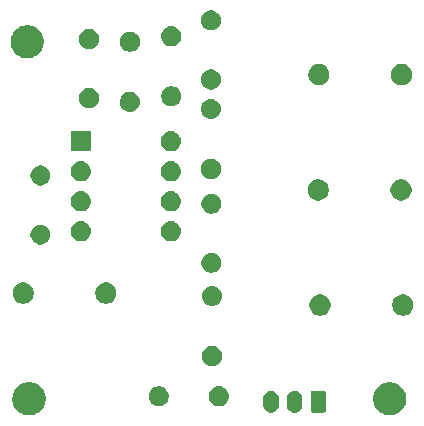
<source format=gbr>
G04 #@! TF.GenerationSoftware,KiCad,Pcbnew,(5.0.1)-rc2*
G04 #@! TF.CreationDate,2019-01-31T00:44:23-05:00*
G04 #@! TF.ProjectId,CV buffer,4356206275666665722E6B696361645F,rev?*
G04 #@! TF.SameCoordinates,Original*
G04 #@! TF.FileFunction,Soldermask,Bot*
G04 #@! TF.FilePolarity,Negative*
%FSLAX46Y46*%
G04 Gerber Fmt 4.6, Leading zero omitted, Abs format (unit mm)*
G04 Created by KiCad (PCBNEW (5.0.1)-rc2) date 1/31/2019 12:44:23 AM*
%MOMM*%
%LPD*%
G01*
G04 APERTURE LIST*
%ADD10C,0.100000*%
G04 APERTURE END LIST*
D10*
G36*
X208903233Y-97847293D02*
X208993457Y-97865239D01*
X209099067Y-97908985D01*
X209248421Y-97970849D01*
X209477889Y-98124174D01*
X209673026Y-98319311D01*
X209826351Y-98548779D01*
X209872814Y-98660951D01*
X209931961Y-98803743D01*
X209936781Y-98827974D01*
X209983686Y-99063782D01*
X209985800Y-99074414D01*
X209985800Y-99350386D01*
X209945761Y-99551681D01*
X209931961Y-99621056D01*
X209826351Y-99876021D01*
X209673026Y-100105489D01*
X209477889Y-100300626D01*
X209248421Y-100453951D01*
X209099067Y-100515815D01*
X208993457Y-100559561D01*
X208903233Y-100577507D01*
X208722788Y-100613400D01*
X208446812Y-100613400D01*
X208266367Y-100577507D01*
X208176143Y-100559561D01*
X208070533Y-100515815D01*
X207921179Y-100453951D01*
X207691711Y-100300626D01*
X207496574Y-100105489D01*
X207343249Y-99876021D01*
X207237639Y-99621056D01*
X207223840Y-99551681D01*
X207183800Y-99350386D01*
X207183800Y-99074414D01*
X207185915Y-99063782D01*
X207232819Y-98827974D01*
X207237639Y-98803743D01*
X207296786Y-98660951D01*
X207343249Y-98548779D01*
X207496574Y-98319311D01*
X207691711Y-98124174D01*
X207921179Y-97970849D01*
X208070533Y-97908985D01*
X208176143Y-97865239D01*
X208266367Y-97847293D01*
X208446812Y-97811400D01*
X208722788Y-97811400D01*
X208903233Y-97847293D01*
X208903233Y-97847293D01*
G37*
G36*
X178372433Y-97847293D02*
X178462657Y-97865239D01*
X178568267Y-97908985D01*
X178717621Y-97970849D01*
X178947089Y-98124174D01*
X179142226Y-98319311D01*
X179295551Y-98548779D01*
X179342014Y-98660951D01*
X179401161Y-98803743D01*
X179405981Y-98827974D01*
X179452886Y-99063782D01*
X179455000Y-99074414D01*
X179455000Y-99350386D01*
X179414961Y-99551681D01*
X179401161Y-99621056D01*
X179295551Y-99876021D01*
X179142226Y-100105489D01*
X178947089Y-100300626D01*
X178717621Y-100453951D01*
X178568267Y-100515815D01*
X178462657Y-100559561D01*
X178372433Y-100577507D01*
X178191988Y-100613400D01*
X177916012Y-100613400D01*
X177735567Y-100577507D01*
X177645343Y-100559561D01*
X177539733Y-100515815D01*
X177390379Y-100453951D01*
X177160911Y-100300626D01*
X176965774Y-100105489D01*
X176812449Y-99876021D01*
X176706839Y-99621056D01*
X176693040Y-99551681D01*
X176653000Y-99350386D01*
X176653000Y-99074414D01*
X176655115Y-99063782D01*
X176702019Y-98827974D01*
X176706839Y-98803743D01*
X176765986Y-98660951D01*
X176812449Y-98548779D01*
X176965774Y-98319311D01*
X177160911Y-98124174D01*
X177390379Y-97970849D01*
X177539733Y-97908985D01*
X177645343Y-97865239D01*
X177735567Y-97847293D01*
X177916012Y-97811400D01*
X178191988Y-97811400D01*
X178372433Y-97847293D01*
X178372433Y-97847293D01*
G37*
G36*
X198667218Y-98549820D02*
X198749027Y-98574637D01*
X198789933Y-98587045D01*
X198868200Y-98628880D01*
X198903026Y-98647495D01*
X199002153Y-98728847D01*
X199083505Y-98827974D01*
X199083506Y-98827976D01*
X199143955Y-98941067D01*
X199143955Y-98941068D01*
X199181180Y-99063782D01*
X199190600Y-99159427D01*
X199190600Y-99773373D01*
X199181180Y-99869018D01*
X199179055Y-99876022D01*
X199143955Y-99991733D01*
X199090419Y-100091891D01*
X199083505Y-100104826D01*
X199002153Y-100203953D01*
X199002151Y-100203955D01*
X198967195Y-100232642D01*
X198903025Y-100285305D01*
X198851299Y-100312953D01*
X198789932Y-100345755D01*
X198749026Y-100358163D01*
X198667217Y-100382980D01*
X198539600Y-100395549D01*
X198411982Y-100382980D01*
X198330173Y-100358163D01*
X198289267Y-100345755D01*
X198176176Y-100285306D01*
X198176174Y-100285305D01*
X198077047Y-100203953D01*
X197995695Y-100104825D01*
X197935246Y-99991733D01*
X197935245Y-99991732D01*
X197922837Y-99950826D01*
X197898020Y-99869017D01*
X197888600Y-99773372D01*
X197888600Y-99159427D01*
X197898020Y-99063782D01*
X197935245Y-98941068D01*
X197935245Y-98941067D01*
X197955395Y-98903370D01*
X197995695Y-98827974D01*
X198077048Y-98728847D01*
X198176175Y-98647495D01*
X198211001Y-98628880D01*
X198289268Y-98587045D01*
X198330174Y-98574637D01*
X198411983Y-98549820D01*
X198539600Y-98537251D01*
X198667218Y-98549820D01*
X198667218Y-98549820D01*
G37*
G36*
X200667218Y-98549820D02*
X200749027Y-98574637D01*
X200789933Y-98587045D01*
X200868200Y-98628880D01*
X200903026Y-98647495D01*
X201002153Y-98728847D01*
X201083505Y-98827974D01*
X201083506Y-98827976D01*
X201143955Y-98941067D01*
X201143955Y-98941068D01*
X201181180Y-99063782D01*
X201190600Y-99159427D01*
X201190600Y-99773373D01*
X201181180Y-99869018D01*
X201179055Y-99876022D01*
X201143955Y-99991733D01*
X201090419Y-100091891D01*
X201083505Y-100104826D01*
X201002153Y-100203953D01*
X201002151Y-100203955D01*
X200967195Y-100232642D01*
X200903025Y-100285305D01*
X200851299Y-100312953D01*
X200789932Y-100345755D01*
X200749026Y-100358163D01*
X200667217Y-100382980D01*
X200539600Y-100395549D01*
X200411982Y-100382980D01*
X200330173Y-100358163D01*
X200289267Y-100345755D01*
X200176176Y-100285306D01*
X200176174Y-100285305D01*
X200077047Y-100203953D01*
X199995695Y-100104825D01*
X199935246Y-99991733D01*
X199935245Y-99991732D01*
X199922837Y-99950826D01*
X199898020Y-99869017D01*
X199888600Y-99773372D01*
X199888600Y-99159427D01*
X199898020Y-99063782D01*
X199935245Y-98941068D01*
X199935245Y-98941067D01*
X199955395Y-98903370D01*
X199995695Y-98827974D01*
X200077048Y-98728847D01*
X200176175Y-98647495D01*
X200211001Y-98628880D01*
X200289268Y-98587045D01*
X200330174Y-98574637D01*
X200411983Y-98549820D01*
X200539600Y-98537251D01*
X200667218Y-98549820D01*
X200667218Y-98549820D01*
G37*
G36*
X203030842Y-98544804D02*
X203067939Y-98556057D01*
X203102120Y-98574327D01*
X203132082Y-98598918D01*
X203156673Y-98628880D01*
X203174943Y-98663061D01*
X203186196Y-98700158D01*
X203190600Y-98744873D01*
X203190600Y-100187927D01*
X203186196Y-100232642D01*
X203174943Y-100269739D01*
X203156673Y-100303920D01*
X203132082Y-100333882D01*
X203102120Y-100358473D01*
X203067939Y-100376743D01*
X203030842Y-100387996D01*
X202986127Y-100392400D01*
X202093073Y-100392400D01*
X202048358Y-100387996D01*
X202011261Y-100376743D01*
X201977080Y-100358473D01*
X201947118Y-100333882D01*
X201922527Y-100303920D01*
X201904257Y-100269739D01*
X201893004Y-100232642D01*
X201888600Y-100187927D01*
X201888600Y-98744873D01*
X201893004Y-98700158D01*
X201904257Y-98663061D01*
X201922527Y-98628880D01*
X201947118Y-98598918D01*
X201977080Y-98574327D01*
X202011261Y-98556057D01*
X202048358Y-98544804D01*
X202093073Y-98540400D01*
X202986127Y-98540400D01*
X203030842Y-98544804D01*
X203030842Y-98544804D01*
G37*
G36*
X194273621Y-98170513D02*
X194273624Y-98170514D01*
X194273625Y-98170514D01*
X194434039Y-98219175D01*
X194434041Y-98219176D01*
X194434044Y-98219177D01*
X194581878Y-98298195D01*
X194711459Y-98404541D01*
X194817805Y-98534122D01*
X194896823Y-98681956D01*
X194896824Y-98681959D01*
X194896825Y-98681961D01*
X194941118Y-98827976D01*
X194945487Y-98842379D01*
X194961917Y-99009200D01*
X194945487Y-99176021D01*
X194945486Y-99176024D01*
X194945486Y-99176025D01*
X194920793Y-99257428D01*
X194896823Y-99336444D01*
X194817805Y-99484278D01*
X194711459Y-99613859D01*
X194581878Y-99720205D01*
X194434044Y-99799223D01*
X194434041Y-99799224D01*
X194434039Y-99799225D01*
X194273625Y-99847886D01*
X194273624Y-99847886D01*
X194273621Y-99847887D01*
X194148604Y-99860200D01*
X194064996Y-99860200D01*
X193939979Y-99847887D01*
X193939976Y-99847886D01*
X193939975Y-99847886D01*
X193779561Y-99799225D01*
X193779559Y-99799224D01*
X193779556Y-99799223D01*
X193631722Y-99720205D01*
X193502141Y-99613859D01*
X193395795Y-99484278D01*
X193316777Y-99336444D01*
X193292808Y-99257428D01*
X193268114Y-99176025D01*
X193268114Y-99176024D01*
X193268113Y-99176021D01*
X193251683Y-99009200D01*
X193268113Y-98842379D01*
X193272482Y-98827976D01*
X193316775Y-98681961D01*
X193316776Y-98681959D01*
X193316777Y-98681956D01*
X193395795Y-98534122D01*
X193502141Y-98404541D01*
X193631722Y-98298195D01*
X193779556Y-98219177D01*
X193779559Y-98219176D01*
X193779561Y-98219175D01*
X193939975Y-98170514D01*
X193939976Y-98170514D01*
X193939979Y-98170513D01*
X194064996Y-98158200D01*
X194148604Y-98158200D01*
X194273621Y-98170513D01*
X194273621Y-98170513D01*
G37*
G36*
X189275028Y-98190903D02*
X189429900Y-98255053D01*
X189569281Y-98348185D01*
X189687815Y-98466719D01*
X189780947Y-98606100D01*
X189845097Y-98760972D01*
X189877800Y-98925384D01*
X189877800Y-99093016D01*
X189845097Y-99257428D01*
X189780947Y-99412300D01*
X189687815Y-99551681D01*
X189569281Y-99670215D01*
X189429900Y-99763347D01*
X189275028Y-99827497D01*
X189110616Y-99860200D01*
X188942984Y-99860200D01*
X188778572Y-99827497D01*
X188623700Y-99763347D01*
X188484319Y-99670215D01*
X188365785Y-99551681D01*
X188272653Y-99412300D01*
X188208503Y-99257428D01*
X188175800Y-99093016D01*
X188175800Y-98925384D01*
X188208503Y-98760972D01*
X188272653Y-98606100D01*
X188365785Y-98466719D01*
X188484319Y-98348185D01*
X188623700Y-98255053D01*
X188778572Y-98190903D01*
X188942984Y-98158200D01*
X189110616Y-98158200D01*
X189275028Y-98190903D01*
X189275028Y-98190903D01*
G37*
G36*
X193796228Y-94787303D02*
X193951100Y-94851453D01*
X194090481Y-94944585D01*
X194209015Y-95063119D01*
X194302147Y-95202500D01*
X194366297Y-95357372D01*
X194399000Y-95521784D01*
X194399000Y-95689416D01*
X194366297Y-95853828D01*
X194302147Y-96008700D01*
X194209015Y-96148081D01*
X194090481Y-96266615D01*
X193951100Y-96359747D01*
X193796228Y-96423897D01*
X193631816Y-96456600D01*
X193464184Y-96456600D01*
X193299772Y-96423897D01*
X193144900Y-96359747D01*
X193005519Y-96266615D01*
X192886985Y-96148081D01*
X192793853Y-96008700D01*
X192729703Y-95853828D01*
X192697000Y-95689416D01*
X192697000Y-95521784D01*
X192729703Y-95357372D01*
X192793853Y-95202500D01*
X192886985Y-95063119D01*
X193005519Y-94944585D01*
X193144900Y-94851453D01*
X193299772Y-94787303D01*
X193464184Y-94754600D01*
X193631816Y-94754600D01*
X193796228Y-94787303D01*
X193796228Y-94787303D01*
G37*
G36*
X202956012Y-90421224D02*
X203119984Y-90489144D01*
X203267554Y-90587747D01*
X203393053Y-90713246D01*
X203491656Y-90860816D01*
X203559576Y-91024788D01*
X203594200Y-91198859D01*
X203594200Y-91376341D01*
X203559576Y-91550412D01*
X203491656Y-91714384D01*
X203393053Y-91861954D01*
X203267554Y-91987453D01*
X203119984Y-92086056D01*
X202956012Y-92153976D01*
X202781941Y-92188600D01*
X202604459Y-92188600D01*
X202430388Y-92153976D01*
X202266416Y-92086056D01*
X202118846Y-91987453D01*
X201993347Y-91861954D01*
X201894744Y-91714384D01*
X201826824Y-91550412D01*
X201792200Y-91376341D01*
X201792200Y-91198859D01*
X201826824Y-91024788D01*
X201894744Y-90860816D01*
X201993347Y-90713246D01*
X202118846Y-90587747D01*
X202266416Y-90489144D01*
X202430388Y-90421224D01*
X202604459Y-90386600D01*
X202781941Y-90386600D01*
X202956012Y-90421224D01*
X202956012Y-90421224D01*
G37*
G36*
X209956012Y-90421224D02*
X210119984Y-90489144D01*
X210267554Y-90587747D01*
X210393053Y-90713246D01*
X210491656Y-90860816D01*
X210559576Y-91024788D01*
X210594200Y-91198859D01*
X210594200Y-91376341D01*
X210559576Y-91550412D01*
X210491656Y-91714384D01*
X210393053Y-91861954D01*
X210267554Y-91987453D01*
X210119984Y-92086056D01*
X209956012Y-92153976D01*
X209781941Y-92188600D01*
X209604459Y-92188600D01*
X209430388Y-92153976D01*
X209266416Y-92086056D01*
X209118846Y-91987453D01*
X208993347Y-91861954D01*
X208894744Y-91714384D01*
X208826824Y-91550412D01*
X208792200Y-91376341D01*
X208792200Y-91198859D01*
X208826824Y-91024788D01*
X208894744Y-90860816D01*
X208993347Y-90713246D01*
X209118846Y-90587747D01*
X209266416Y-90489144D01*
X209430388Y-90421224D01*
X209604459Y-90386600D01*
X209781941Y-90386600D01*
X209956012Y-90421224D01*
X209956012Y-90421224D01*
G37*
G36*
X193714821Y-89686913D02*
X193714824Y-89686914D01*
X193714825Y-89686914D01*
X193875239Y-89735575D01*
X193875241Y-89735576D01*
X193875244Y-89735577D01*
X194023078Y-89814595D01*
X194152659Y-89920941D01*
X194259005Y-90050522D01*
X194338023Y-90198356D01*
X194386687Y-90358779D01*
X194403117Y-90525600D01*
X194386687Y-90692421D01*
X194386686Y-90692424D01*
X194386686Y-90692425D01*
X194340113Y-90845957D01*
X194338023Y-90852844D01*
X194259005Y-91000678D01*
X194152659Y-91130259D01*
X194023078Y-91236605D01*
X193875244Y-91315623D01*
X193875241Y-91315624D01*
X193875239Y-91315625D01*
X193714825Y-91364286D01*
X193714824Y-91364286D01*
X193714821Y-91364287D01*
X193589804Y-91376600D01*
X193506196Y-91376600D01*
X193381179Y-91364287D01*
X193381176Y-91364286D01*
X193381175Y-91364286D01*
X193220761Y-91315625D01*
X193220759Y-91315624D01*
X193220756Y-91315623D01*
X193072922Y-91236605D01*
X192943341Y-91130259D01*
X192836995Y-91000678D01*
X192757977Y-90852844D01*
X192755888Y-90845957D01*
X192709314Y-90692425D01*
X192709314Y-90692424D01*
X192709313Y-90692421D01*
X192692883Y-90525600D01*
X192709313Y-90358779D01*
X192757977Y-90198356D01*
X192836995Y-90050522D01*
X192943341Y-89920941D01*
X193072922Y-89814595D01*
X193220756Y-89735577D01*
X193220759Y-89735576D01*
X193220761Y-89735575D01*
X193381175Y-89686914D01*
X193381176Y-89686914D01*
X193381179Y-89686913D01*
X193506196Y-89674600D01*
X193589804Y-89674600D01*
X193714821Y-89686913D01*
X193714821Y-89686913D01*
G37*
G36*
X184818012Y-89405224D02*
X184981984Y-89473144D01*
X185129554Y-89571747D01*
X185255053Y-89697246D01*
X185353656Y-89844816D01*
X185421576Y-90008788D01*
X185456200Y-90182859D01*
X185456200Y-90360341D01*
X185421576Y-90534412D01*
X185353656Y-90698384D01*
X185255053Y-90845954D01*
X185129554Y-90971453D01*
X184981984Y-91070056D01*
X184818012Y-91137976D01*
X184643941Y-91172600D01*
X184466459Y-91172600D01*
X184292388Y-91137976D01*
X184128416Y-91070056D01*
X183980846Y-90971453D01*
X183855347Y-90845954D01*
X183756744Y-90698384D01*
X183688824Y-90534412D01*
X183654200Y-90360341D01*
X183654200Y-90182859D01*
X183688824Y-90008788D01*
X183756744Y-89844816D01*
X183855347Y-89697246D01*
X183980846Y-89571747D01*
X184128416Y-89473144D01*
X184292388Y-89405224D01*
X184466459Y-89370600D01*
X184643941Y-89370600D01*
X184818012Y-89405224D01*
X184818012Y-89405224D01*
G37*
G36*
X177818012Y-89405224D02*
X177981984Y-89473144D01*
X178129554Y-89571747D01*
X178255053Y-89697246D01*
X178353656Y-89844816D01*
X178421576Y-90008788D01*
X178456200Y-90182859D01*
X178456200Y-90360341D01*
X178421576Y-90534412D01*
X178353656Y-90698384D01*
X178255053Y-90845954D01*
X178129554Y-90971453D01*
X177981984Y-91070056D01*
X177818012Y-91137976D01*
X177643941Y-91172600D01*
X177466459Y-91172600D01*
X177292388Y-91137976D01*
X177128416Y-91070056D01*
X176980846Y-90971453D01*
X176855347Y-90845954D01*
X176756744Y-90698384D01*
X176688824Y-90534412D01*
X176654200Y-90360341D01*
X176654200Y-90182859D01*
X176688824Y-90008788D01*
X176756744Y-89844816D01*
X176855347Y-89697246D01*
X176980846Y-89571747D01*
X177128416Y-89473144D01*
X177292388Y-89405224D01*
X177466459Y-89370600D01*
X177643941Y-89370600D01*
X177818012Y-89405224D01*
X177818012Y-89405224D01*
G37*
G36*
X193745428Y-86884103D02*
X193900300Y-86948253D01*
X194039681Y-87041385D01*
X194158215Y-87159919D01*
X194251347Y-87299300D01*
X194315497Y-87454172D01*
X194348200Y-87618584D01*
X194348200Y-87786216D01*
X194315497Y-87950628D01*
X194251347Y-88105500D01*
X194158215Y-88244881D01*
X194039681Y-88363415D01*
X193900300Y-88456547D01*
X193745428Y-88520697D01*
X193581016Y-88553400D01*
X193413384Y-88553400D01*
X193248972Y-88520697D01*
X193094100Y-88456547D01*
X192954719Y-88363415D01*
X192836185Y-88244881D01*
X192743053Y-88105500D01*
X192678903Y-87950628D01*
X192646200Y-87786216D01*
X192646200Y-87618584D01*
X192678903Y-87454172D01*
X192743053Y-87299300D01*
X192836185Y-87159919D01*
X192954719Y-87041385D01*
X193094100Y-86948253D01*
X193248972Y-86884103D01*
X193413384Y-86851400D01*
X193581016Y-86851400D01*
X193745428Y-86884103D01*
X193745428Y-86884103D01*
G37*
G36*
X179267428Y-84496503D02*
X179422300Y-84560653D01*
X179561681Y-84653785D01*
X179680215Y-84772319D01*
X179773347Y-84911700D01*
X179837497Y-85066572D01*
X179870200Y-85230984D01*
X179870200Y-85398616D01*
X179837497Y-85563028D01*
X179773347Y-85717900D01*
X179680215Y-85857281D01*
X179561681Y-85975815D01*
X179422300Y-86068947D01*
X179267428Y-86133097D01*
X179103016Y-86165800D01*
X178935384Y-86165800D01*
X178770972Y-86133097D01*
X178616100Y-86068947D01*
X178476719Y-85975815D01*
X178358185Y-85857281D01*
X178265053Y-85717900D01*
X178200903Y-85563028D01*
X178168200Y-85398616D01*
X178168200Y-85230984D01*
X178200903Y-85066572D01*
X178265053Y-84911700D01*
X178358185Y-84772319D01*
X178476719Y-84653785D01*
X178616100Y-84560653D01*
X178770972Y-84496503D01*
X178935384Y-84463800D01*
X179103016Y-84463800D01*
X179267428Y-84496503D01*
X179267428Y-84496503D01*
G37*
G36*
X190209621Y-84200513D02*
X190209624Y-84200514D01*
X190209625Y-84200514D01*
X190370039Y-84249175D01*
X190370041Y-84249176D01*
X190370044Y-84249177D01*
X190517878Y-84328195D01*
X190647459Y-84434541D01*
X190753805Y-84564122D01*
X190832823Y-84711956D01*
X190881487Y-84872379D01*
X190897917Y-85039200D01*
X190881487Y-85206021D01*
X190832823Y-85366444D01*
X190753805Y-85514278D01*
X190647459Y-85643859D01*
X190517878Y-85750205D01*
X190370044Y-85829223D01*
X190370041Y-85829224D01*
X190370039Y-85829225D01*
X190209625Y-85877886D01*
X190209624Y-85877886D01*
X190209621Y-85877887D01*
X190084604Y-85890200D01*
X190000996Y-85890200D01*
X189875979Y-85877887D01*
X189875976Y-85877886D01*
X189875975Y-85877886D01*
X189715561Y-85829225D01*
X189715559Y-85829224D01*
X189715556Y-85829223D01*
X189567722Y-85750205D01*
X189438141Y-85643859D01*
X189331795Y-85514278D01*
X189252777Y-85366444D01*
X189204113Y-85206021D01*
X189187683Y-85039200D01*
X189204113Y-84872379D01*
X189252777Y-84711956D01*
X189331795Y-84564122D01*
X189438141Y-84434541D01*
X189567722Y-84328195D01*
X189715556Y-84249177D01*
X189715559Y-84249176D01*
X189715561Y-84249175D01*
X189875975Y-84200514D01*
X189875976Y-84200514D01*
X189875979Y-84200513D01*
X190000996Y-84188200D01*
X190084604Y-84188200D01*
X190209621Y-84200513D01*
X190209621Y-84200513D01*
G37*
G36*
X182589621Y-84200513D02*
X182589624Y-84200514D01*
X182589625Y-84200514D01*
X182750039Y-84249175D01*
X182750041Y-84249176D01*
X182750044Y-84249177D01*
X182897878Y-84328195D01*
X183027459Y-84434541D01*
X183133805Y-84564122D01*
X183212823Y-84711956D01*
X183261487Y-84872379D01*
X183277917Y-85039200D01*
X183261487Y-85206021D01*
X183212823Y-85366444D01*
X183133805Y-85514278D01*
X183027459Y-85643859D01*
X182897878Y-85750205D01*
X182750044Y-85829223D01*
X182750041Y-85829224D01*
X182750039Y-85829225D01*
X182589625Y-85877886D01*
X182589624Y-85877886D01*
X182589621Y-85877887D01*
X182464604Y-85890200D01*
X182380996Y-85890200D01*
X182255979Y-85877887D01*
X182255976Y-85877886D01*
X182255975Y-85877886D01*
X182095561Y-85829225D01*
X182095559Y-85829224D01*
X182095556Y-85829223D01*
X181947722Y-85750205D01*
X181818141Y-85643859D01*
X181711795Y-85514278D01*
X181632777Y-85366444D01*
X181584113Y-85206021D01*
X181567683Y-85039200D01*
X181584113Y-84872379D01*
X181632777Y-84711956D01*
X181711795Y-84564122D01*
X181818141Y-84434541D01*
X181947722Y-84328195D01*
X182095556Y-84249177D01*
X182095559Y-84249176D01*
X182095561Y-84249175D01*
X182255975Y-84200514D01*
X182255976Y-84200514D01*
X182255979Y-84200513D01*
X182380996Y-84188200D01*
X182464604Y-84188200D01*
X182589621Y-84200513D01*
X182589621Y-84200513D01*
G37*
G36*
X193745428Y-81884103D02*
X193900300Y-81948253D01*
X194039681Y-82041385D01*
X194158215Y-82159919D01*
X194251347Y-82299300D01*
X194315497Y-82454172D01*
X194348200Y-82618584D01*
X194348200Y-82786216D01*
X194315497Y-82950628D01*
X194251347Y-83105500D01*
X194158215Y-83244881D01*
X194039681Y-83363415D01*
X193900300Y-83456547D01*
X193745428Y-83520697D01*
X193581016Y-83553400D01*
X193413384Y-83553400D01*
X193248972Y-83520697D01*
X193094100Y-83456547D01*
X192954719Y-83363415D01*
X192836185Y-83244881D01*
X192743053Y-83105500D01*
X192678903Y-82950628D01*
X192646200Y-82786216D01*
X192646200Y-82618584D01*
X192678903Y-82454172D01*
X192743053Y-82299300D01*
X192836185Y-82159919D01*
X192954719Y-82041385D01*
X193094100Y-81948253D01*
X193248972Y-81884103D01*
X193413384Y-81851400D01*
X193581016Y-81851400D01*
X193745428Y-81884103D01*
X193745428Y-81884103D01*
G37*
G36*
X182589621Y-81660513D02*
X182589624Y-81660514D01*
X182589625Y-81660514D01*
X182750039Y-81709175D01*
X182750041Y-81709176D01*
X182750044Y-81709177D01*
X182897878Y-81788195D01*
X183027459Y-81894541D01*
X183133805Y-82024122D01*
X183212823Y-82171956D01*
X183212824Y-82171959D01*
X183212825Y-82171961D01*
X183251453Y-82299300D01*
X183261487Y-82332379D01*
X183277917Y-82499200D01*
X183261487Y-82666021D01*
X183212823Y-82826444D01*
X183133805Y-82974278D01*
X183027459Y-83103859D01*
X182897878Y-83210205D01*
X182750044Y-83289223D01*
X182750041Y-83289224D01*
X182750039Y-83289225D01*
X182589625Y-83337886D01*
X182589624Y-83337886D01*
X182589621Y-83337887D01*
X182464604Y-83350200D01*
X182380996Y-83350200D01*
X182255979Y-83337887D01*
X182255976Y-83337886D01*
X182255975Y-83337886D01*
X182095561Y-83289225D01*
X182095559Y-83289224D01*
X182095556Y-83289223D01*
X181947722Y-83210205D01*
X181818141Y-83103859D01*
X181711795Y-82974278D01*
X181632777Y-82826444D01*
X181584113Y-82666021D01*
X181567683Y-82499200D01*
X181584113Y-82332379D01*
X181594147Y-82299300D01*
X181632775Y-82171961D01*
X181632776Y-82171959D01*
X181632777Y-82171956D01*
X181711795Y-82024122D01*
X181818141Y-81894541D01*
X181947722Y-81788195D01*
X182095556Y-81709177D01*
X182095559Y-81709176D01*
X182095561Y-81709175D01*
X182255975Y-81660514D01*
X182255976Y-81660514D01*
X182255979Y-81660513D01*
X182380996Y-81648200D01*
X182464604Y-81648200D01*
X182589621Y-81660513D01*
X182589621Y-81660513D01*
G37*
G36*
X190209621Y-81660513D02*
X190209624Y-81660514D01*
X190209625Y-81660514D01*
X190370039Y-81709175D01*
X190370041Y-81709176D01*
X190370044Y-81709177D01*
X190517878Y-81788195D01*
X190647459Y-81894541D01*
X190753805Y-82024122D01*
X190832823Y-82171956D01*
X190832824Y-82171959D01*
X190832825Y-82171961D01*
X190871453Y-82299300D01*
X190881487Y-82332379D01*
X190897917Y-82499200D01*
X190881487Y-82666021D01*
X190832823Y-82826444D01*
X190753805Y-82974278D01*
X190647459Y-83103859D01*
X190517878Y-83210205D01*
X190370044Y-83289223D01*
X190370041Y-83289224D01*
X190370039Y-83289225D01*
X190209625Y-83337886D01*
X190209624Y-83337886D01*
X190209621Y-83337887D01*
X190084604Y-83350200D01*
X190000996Y-83350200D01*
X189875979Y-83337887D01*
X189875976Y-83337886D01*
X189875975Y-83337886D01*
X189715561Y-83289225D01*
X189715559Y-83289224D01*
X189715556Y-83289223D01*
X189567722Y-83210205D01*
X189438141Y-83103859D01*
X189331795Y-82974278D01*
X189252777Y-82826444D01*
X189204113Y-82666021D01*
X189187683Y-82499200D01*
X189204113Y-82332379D01*
X189214147Y-82299300D01*
X189252775Y-82171961D01*
X189252776Y-82171959D01*
X189252777Y-82171956D01*
X189331795Y-82024122D01*
X189438141Y-81894541D01*
X189567722Y-81788195D01*
X189715556Y-81709177D01*
X189715559Y-81709176D01*
X189715561Y-81709175D01*
X189875975Y-81660514D01*
X189875976Y-81660514D01*
X189875979Y-81660513D01*
X190000996Y-81648200D01*
X190084604Y-81648200D01*
X190209621Y-81660513D01*
X190209621Y-81660513D01*
G37*
G36*
X209803612Y-80667624D02*
X209967584Y-80735544D01*
X210115154Y-80834147D01*
X210240653Y-80959646D01*
X210339256Y-81107216D01*
X210407176Y-81271188D01*
X210441800Y-81445259D01*
X210441800Y-81622741D01*
X210407176Y-81796812D01*
X210339256Y-81960784D01*
X210240653Y-82108354D01*
X210115154Y-82233853D01*
X209967584Y-82332456D01*
X209803612Y-82400376D01*
X209629541Y-82435000D01*
X209452059Y-82435000D01*
X209277988Y-82400376D01*
X209114016Y-82332456D01*
X208966446Y-82233853D01*
X208840947Y-82108354D01*
X208742344Y-81960784D01*
X208674424Y-81796812D01*
X208639800Y-81622741D01*
X208639800Y-81445259D01*
X208674424Y-81271188D01*
X208742344Y-81107216D01*
X208840947Y-80959646D01*
X208966446Y-80834147D01*
X209114016Y-80735544D01*
X209277988Y-80667624D01*
X209452059Y-80633000D01*
X209629541Y-80633000D01*
X209803612Y-80667624D01*
X209803612Y-80667624D01*
G37*
G36*
X202803612Y-80667624D02*
X202967584Y-80735544D01*
X203115154Y-80834147D01*
X203240653Y-80959646D01*
X203339256Y-81107216D01*
X203407176Y-81271188D01*
X203441800Y-81445259D01*
X203441800Y-81622741D01*
X203407176Y-81796812D01*
X203339256Y-81960784D01*
X203240653Y-82108354D01*
X203115154Y-82233853D01*
X202967584Y-82332456D01*
X202803612Y-82400376D01*
X202629541Y-82435000D01*
X202452059Y-82435000D01*
X202277988Y-82400376D01*
X202114016Y-82332456D01*
X201966446Y-82233853D01*
X201840947Y-82108354D01*
X201742344Y-81960784D01*
X201674424Y-81796812D01*
X201639800Y-81622741D01*
X201639800Y-81445259D01*
X201674424Y-81271188D01*
X201742344Y-81107216D01*
X201840947Y-80959646D01*
X201966446Y-80834147D01*
X202114016Y-80735544D01*
X202277988Y-80667624D01*
X202452059Y-80633000D01*
X202629541Y-80633000D01*
X202803612Y-80667624D01*
X202803612Y-80667624D01*
G37*
G36*
X179267428Y-79496503D02*
X179422300Y-79560653D01*
X179561681Y-79653785D01*
X179680215Y-79772319D01*
X179773347Y-79911700D01*
X179837497Y-80066572D01*
X179870200Y-80230984D01*
X179870200Y-80398616D01*
X179837497Y-80563028D01*
X179773347Y-80717900D01*
X179680215Y-80857281D01*
X179561681Y-80975815D01*
X179422300Y-81068947D01*
X179267428Y-81133097D01*
X179103016Y-81165800D01*
X178935384Y-81165800D01*
X178770972Y-81133097D01*
X178616100Y-81068947D01*
X178476719Y-80975815D01*
X178358185Y-80857281D01*
X178265053Y-80717900D01*
X178200903Y-80563028D01*
X178168200Y-80398616D01*
X178168200Y-80230984D01*
X178200903Y-80066572D01*
X178265053Y-79911700D01*
X178358185Y-79772319D01*
X178476719Y-79653785D01*
X178616100Y-79560653D01*
X178770972Y-79496503D01*
X178935384Y-79463800D01*
X179103016Y-79463800D01*
X179267428Y-79496503D01*
X179267428Y-79496503D01*
G37*
G36*
X190209621Y-79120513D02*
X190209624Y-79120514D01*
X190209625Y-79120514D01*
X190370039Y-79169175D01*
X190370041Y-79169176D01*
X190370044Y-79169177D01*
X190517878Y-79248195D01*
X190647459Y-79354541D01*
X190753805Y-79484122D01*
X190832823Y-79631956D01*
X190832824Y-79631959D01*
X190832825Y-79631961D01*
X190845026Y-79672184D01*
X190881487Y-79792379D01*
X190897917Y-79959200D01*
X190881487Y-80126021D01*
X190832823Y-80286444D01*
X190753805Y-80434278D01*
X190647459Y-80563859D01*
X190517878Y-80670205D01*
X190370044Y-80749223D01*
X190370041Y-80749224D01*
X190370039Y-80749225D01*
X190209625Y-80797886D01*
X190209624Y-80797886D01*
X190209621Y-80797887D01*
X190084604Y-80810200D01*
X190000996Y-80810200D01*
X189875979Y-80797887D01*
X189875976Y-80797886D01*
X189875975Y-80797886D01*
X189715561Y-80749225D01*
X189715559Y-80749224D01*
X189715556Y-80749223D01*
X189567722Y-80670205D01*
X189438141Y-80563859D01*
X189331795Y-80434278D01*
X189252777Y-80286444D01*
X189204113Y-80126021D01*
X189187683Y-79959200D01*
X189204113Y-79792379D01*
X189240574Y-79672184D01*
X189252775Y-79631961D01*
X189252776Y-79631959D01*
X189252777Y-79631956D01*
X189331795Y-79484122D01*
X189438141Y-79354541D01*
X189567722Y-79248195D01*
X189715556Y-79169177D01*
X189715559Y-79169176D01*
X189715561Y-79169175D01*
X189875975Y-79120514D01*
X189875976Y-79120514D01*
X189875979Y-79120513D01*
X190000996Y-79108200D01*
X190084604Y-79108200D01*
X190209621Y-79120513D01*
X190209621Y-79120513D01*
G37*
G36*
X182589621Y-79120513D02*
X182589624Y-79120514D01*
X182589625Y-79120514D01*
X182750039Y-79169175D01*
X182750041Y-79169176D01*
X182750044Y-79169177D01*
X182897878Y-79248195D01*
X183027459Y-79354541D01*
X183133805Y-79484122D01*
X183212823Y-79631956D01*
X183212824Y-79631959D01*
X183212825Y-79631961D01*
X183225026Y-79672184D01*
X183261487Y-79792379D01*
X183277917Y-79959200D01*
X183261487Y-80126021D01*
X183212823Y-80286444D01*
X183133805Y-80434278D01*
X183027459Y-80563859D01*
X182897878Y-80670205D01*
X182750044Y-80749223D01*
X182750041Y-80749224D01*
X182750039Y-80749225D01*
X182589625Y-80797886D01*
X182589624Y-80797886D01*
X182589621Y-80797887D01*
X182464604Y-80810200D01*
X182380996Y-80810200D01*
X182255979Y-80797887D01*
X182255976Y-80797886D01*
X182255975Y-80797886D01*
X182095561Y-80749225D01*
X182095559Y-80749224D01*
X182095556Y-80749223D01*
X181947722Y-80670205D01*
X181818141Y-80563859D01*
X181711795Y-80434278D01*
X181632777Y-80286444D01*
X181584113Y-80126021D01*
X181567683Y-79959200D01*
X181584113Y-79792379D01*
X181620574Y-79672184D01*
X181632775Y-79631961D01*
X181632776Y-79631959D01*
X181632777Y-79631956D01*
X181711795Y-79484122D01*
X181818141Y-79354541D01*
X181947722Y-79248195D01*
X182095556Y-79169177D01*
X182095559Y-79169176D01*
X182095561Y-79169175D01*
X182255975Y-79120514D01*
X182255976Y-79120514D01*
X182255979Y-79120513D01*
X182380996Y-79108200D01*
X182464604Y-79108200D01*
X182589621Y-79120513D01*
X182589621Y-79120513D01*
G37*
G36*
X193694628Y-78937703D02*
X193849500Y-79001853D01*
X193988881Y-79094985D01*
X194107415Y-79213519D01*
X194200547Y-79352900D01*
X194264697Y-79507772D01*
X194297400Y-79672184D01*
X194297400Y-79839816D01*
X194264697Y-80004228D01*
X194200547Y-80159100D01*
X194107415Y-80298481D01*
X193988881Y-80417015D01*
X193849500Y-80510147D01*
X193694628Y-80574297D01*
X193530216Y-80607000D01*
X193362584Y-80607000D01*
X193198172Y-80574297D01*
X193043300Y-80510147D01*
X192903919Y-80417015D01*
X192785385Y-80298481D01*
X192692253Y-80159100D01*
X192628103Y-80004228D01*
X192595400Y-79839816D01*
X192595400Y-79672184D01*
X192628103Y-79507772D01*
X192692253Y-79352900D01*
X192785385Y-79213519D01*
X192903919Y-79094985D01*
X193043300Y-79001853D01*
X193198172Y-78937703D01*
X193362584Y-78905000D01*
X193530216Y-78905000D01*
X193694628Y-78937703D01*
X193694628Y-78937703D01*
G37*
G36*
X190209621Y-76580513D02*
X190209624Y-76580514D01*
X190209625Y-76580514D01*
X190370039Y-76629175D01*
X190370041Y-76629176D01*
X190370044Y-76629177D01*
X190517878Y-76708195D01*
X190647459Y-76814541D01*
X190753805Y-76944122D01*
X190832823Y-77091956D01*
X190881487Y-77252379D01*
X190897917Y-77419200D01*
X190881487Y-77586021D01*
X190832823Y-77746444D01*
X190753805Y-77894278D01*
X190647459Y-78023859D01*
X190517878Y-78130205D01*
X190370044Y-78209223D01*
X190370041Y-78209224D01*
X190370039Y-78209225D01*
X190209625Y-78257886D01*
X190209624Y-78257886D01*
X190209621Y-78257887D01*
X190084604Y-78270200D01*
X190000996Y-78270200D01*
X189875979Y-78257887D01*
X189875976Y-78257886D01*
X189875975Y-78257886D01*
X189715561Y-78209225D01*
X189715559Y-78209224D01*
X189715556Y-78209223D01*
X189567722Y-78130205D01*
X189438141Y-78023859D01*
X189331795Y-77894278D01*
X189252777Y-77746444D01*
X189204113Y-77586021D01*
X189187683Y-77419200D01*
X189204113Y-77252379D01*
X189252777Y-77091956D01*
X189331795Y-76944122D01*
X189438141Y-76814541D01*
X189567722Y-76708195D01*
X189715556Y-76629177D01*
X189715559Y-76629176D01*
X189715561Y-76629175D01*
X189875975Y-76580514D01*
X189875976Y-76580514D01*
X189875979Y-76580513D01*
X190000996Y-76568200D01*
X190084604Y-76568200D01*
X190209621Y-76580513D01*
X190209621Y-76580513D01*
G37*
G36*
X183273800Y-78270200D02*
X181571800Y-78270200D01*
X181571800Y-76568200D01*
X183273800Y-76568200D01*
X183273800Y-78270200D01*
X183273800Y-78270200D01*
G37*
G36*
X193613221Y-73837313D02*
X193613224Y-73837314D01*
X193613225Y-73837314D01*
X193773639Y-73885975D01*
X193773641Y-73885976D01*
X193773644Y-73885977D01*
X193921478Y-73964995D01*
X194051059Y-74071341D01*
X194157405Y-74200922D01*
X194236423Y-74348756D01*
X194236424Y-74348759D01*
X194236425Y-74348761D01*
X194285086Y-74509175D01*
X194285087Y-74509179D01*
X194301517Y-74676000D01*
X194285087Y-74842821D01*
X194236423Y-75003244D01*
X194157405Y-75151078D01*
X194051059Y-75280659D01*
X193921478Y-75387005D01*
X193773644Y-75466023D01*
X193773641Y-75466024D01*
X193773639Y-75466025D01*
X193613225Y-75514686D01*
X193613224Y-75514686D01*
X193613221Y-75514687D01*
X193488204Y-75527000D01*
X193404596Y-75527000D01*
X193279579Y-75514687D01*
X193279576Y-75514686D01*
X193279575Y-75514686D01*
X193119161Y-75466025D01*
X193119159Y-75466024D01*
X193119156Y-75466023D01*
X192971322Y-75387005D01*
X192841741Y-75280659D01*
X192735395Y-75151078D01*
X192656377Y-75003244D01*
X192607713Y-74842821D01*
X192591283Y-74676000D01*
X192607713Y-74509179D01*
X192607714Y-74509175D01*
X192656375Y-74348761D01*
X192656376Y-74348759D01*
X192656377Y-74348756D01*
X192735395Y-74200922D01*
X192841741Y-74071341D01*
X192971322Y-73964995D01*
X193119156Y-73885977D01*
X193119159Y-73885976D01*
X193119161Y-73885975D01*
X193279575Y-73837314D01*
X193279576Y-73837314D01*
X193279579Y-73837313D01*
X193404596Y-73825000D01*
X193488204Y-73825000D01*
X193613221Y-73837313D01*
X193613221Y-73837313D01*
G37*
G36*
X186755221Y-73227713D02*
X186755224Y-73227714D01*
X186755225Y-73227714D01*
X186915639Y-73276375D01*
X186915641Y-73276376D01*
X186915644Y-73276377D01*
X187063478Y-73355395D01*
X187193059Y-73461741D01*
X187299405Y-73591322D01*
X187378423Y-73739156D01*
X187427087Y-73899579D01*
X187443517Y-74066400D01*
X187427087Y-74233221D01*
X187427086Y-74233224D01*
X187427086Y-74233225D01*
X187392039Y-74348761D01*
X187378423Y-74393644D01*
X187299405Y-74541478D01*
X187193059Y-74671059D01*
X187063478Y-74777405D01*
X186915644Y-74856423D01*
X186915641Y-74856424D01*
X186915639Y-74856425D01*
X186755225Y-74905086D01*
X186755224Y-74905086D01*
X186755221Y-74905087D01*
X186630204Y-74917400D01*
X186546596Y-74917400D01*
X186421579Y-74905087D01*
X186421576Y-74905086D01*
X186421575Y-74905086D01*
X186261161Y-74856425D01*
X186261159Y-74856424D01*
X186261156Y-74856423D01*
X186113322Y-74777405D01*
X185983741Y-74671059D01*
X185877395Y-74541478D01*
X185798377Y-74393644D01*
X185784762Y-74348761D01*
X185749714Y-74233225D01*
X185749714Y-74233224D01*
X185749713Y-74233221D01*
X185733283Y-74066400D01*
X185749713Y-73899579D01*
X185798377Y-73739156D01*
X185877395Y-73591322D01*
X185983741Y-73461741D01*
X186113322Y-73355395D01*
X186261156Y-73276377D01*
X186261159Y-73276376D01*
X186261161Y-73276375D01*
X186421575Y-73227714D01*
X186421576Y-73227714D01*
X186421579Y-73227713D01*
X186546596Y-73215400D01*
X186630204Y-73215400D01*
X186755221Y-73227713D01*
X186755221Y-73227713D01*
G37*
G36*
X183382228Y-72943303D02*
X183537100Y-73007453D01*
X183676481Y-73100585D01*
X183795015Y-73219119D01*
X183888147Y-73358500D01*
X183952297Y-73513372D01*
X183985000Y-73677784D01*
X183985000Y-73845416D01*
X183952297Y-74009828D01*
X183888147Y-74164700D01*
X183795015Y-74304081D01*
X183676481Y-74422615D01*
X183537100Y-74515747D01*
X183382228Y-74579897D01*
X183217816Y-74612600D01*
X183050184Y-74612600D01*
X182885772Y-74579897D01*
X182730900Y-74515747D01*
X182591519Y-74422615D01*
X182472985Y-74304081D01*
X182379853Y-74164700D01*
X182315703Y-74009828D01*
X182283000Y-73845416D01*
X182283000Y-73677784D01*
X182315703Y-73513372D01*
X182379853Y-73358500D01*
X182472985Y-73219119D01*
X182591519Y-73100585D01*
X182730900Y-73007453D01*
X182885772Y-72943303D01*
X183050184Y-72910600D01*
X183217816Y-72910600D01*
X183382228Y-72943303D01*
X183382228Y-72943303D01*
G37*
G36*
X190341828Y-72790903D02*
X190496700Y-72855053D01*
X190636081Y-72948185D01*
X190754615Y-73066719D01*
X190847747Y-73206100D01*
X190911897Y-73360972D01*
X190944600Y-73525384D01*
X190944600Y-73693016D01*
X190911897Y-73857428D01*
X190847747Y-74012300D01*
X190754615Y-74151681D01*
X190636081Y-74270215D01*
X190496700Y-74363347D01*
X190341828Y-74427497D01*
X190177416Y-74460200D01*
X190009784Y-74460200D01*
X189845372Y-74427497D01*
X189690500Y-74363347D01*
X189551119Y-74270215D01*
X189432585Y-74151681D01*
X189339453Y-74012300D01*
X189275303Y-73857428D01*
X189242600Y-73693016D01*
X189242600Y-73525384D01*
X189275303Y-73360972D01*
X189339453Y-73206100D01*
X189432585Y-73066719D01*
X189551119Y-72948185D01*
X189690500Y-72855053D01*
X189845372Y-72790903D01*
X190009784Y-72758200D01*
X190177416Y-72758200D01*
X190341828Y-72790903D01*
X190341828Y-72790903D01*
G37*
G36*
X193694628Y-71368503D02*
X193849500Y-71432653D01*
X193988881Y-71525785D01*
X194107415Y-71644319D01*
X194200547Y-71783700D01*
X194264697Y-71938572D01*
X194297400Y-72102984D01*
X194297400Y-72270616D01*
X194264697Y-72435028D01*
X194200547Y-72589900D01*
X194107415Y-72729281D01*
X193988881Y-72847815D01*
X193849500Y-72940947D01*
X193694628Y-73005097D01*
X193530216Y-73037800D01*
X193362584Y-73037800D01*
X193198172Y-73005097D01*
X193043300Y-72940947D01*
X192903919Y-72847815D01*
X192785385Y-72729281D01*
X192692253Y-72589900D01*
X192628103Y-72435028D01*
X192595400Y-72270616D01*
X192595400Y-72102984D01*
X192628103Y-71938572D01*
X192692253Y-71783700D01*
X192785385Y-71644319D01*
X192903919Y-71525785D01*
X193043300Y-71432653D01*
X193198172Y-71368503D01*
X193362584Y-71335800D01*
X193530216Y-71335800D01*
X193694628Y-71368503D01*
X193694628Y-71368503D01*
G37*
G36*
X202854412Y-70914024D02*
X203018384Y-70981944D01*
X203165954Y-71080547D01*
X203291453Y-71206046D01*
X203390056Y-71353616D01*
X203457976Y-71517588D01*
X203492600Y-71691659D01*
X203492600Y-71869141D01*
X203457976Y-72043212D01*
X203390056Y-72207184D01*
X203291453Y-72354754D01*
X203165954Y-72480253D01*
X203018384Y-72578856D01*
X202854412Y-72646776D01*
X202680341Y-72681400D01*
X202502859Y-72681400D01*
X202328788Y-72646776D01*
X202164816Y-72578856D01*
X202017246Y-72480253D01*
X201891747Y-72354754D01*
X201793144Y-72207184D01*
X201725224Y-72043212D01*
X201690600Y-71869141D01*
X201690600Y-71691659D01*
X201725224Y-71517588D01*
X201793144Y-71353616D01*
X201891747Y-71206046D01*
X202017246Y-71080547D01*
X202164816Y-70981944D01*
X202328788Y-70914024D01*
X202502859Y-70879400D01*
X202680341Y-70879400D01*
X202854412Y-70914024D01*
X202854412Y-70914024D01*
G37*
G36*
X209854412Y-70914024D02*
X210018384Y-70981944D01*
X210165954Y-71080547D01*
X210291453Y-71206046D01*
X210390056Y-71353616D01*
X210457976Y-71517588D01*
X210492600Y-71691659D01*
X210492600Y-71869141D01*
X210457976Y-72043212D01*
X210390056Y-72207184D01*
X210291453Y-72354754D01*
X210165954Y-72480253D01*
X210018384Y-72578856D01*
X209854412Y-72646776D01*
X209680341Y-72681400D01*
X209502859Y-72681400D01*
X209328788Y-72646776D01*
X209164816Y-72578856D01*
X209017246Y-72480253D01*
X208891747Y-72354754D01*
X208793144Y-72207184D01*
X208725224Y-72043212D01*
X208690600Y-71869141D01*
X208690600Y-71691659D01*
X208725224Y-71517588D01*
X208793144Y-71353616D01*
X208891747Y-71206046D01*
X209017246Y-71080547D01*
X209164816Y-70981944D01*
X209328788Y-70914024D01*
X209502859Y-70879400D01*
X209680341Y-70879400D01*
X209854412Y-70914024D01*
X209854412Y-70914024D01*
G37*
G36*
X178220033Y-67621293D02*
X178310257Y-67639239D01*
X178404316Y-67678200D01*
X178565221Y-67744849D01*
X178794689Y-67898174D01*
X178989826Y-68093311D01*
X179143151Y-68322779D01*
X179193329Y-68443919D01*
X179248761Y-68577743D01*
X179302600Y-68848414D01*
X179302600Y-69124386D01*
X179254166Y-69367886D01*
X179248761Y-69395056D01*
X179143151Y-69650021D01*
X178989826Y-69879489D01*
X178794689Y-70074626D01*
X178565221Y-70227951D01*
X178415867Y-70289815D01*
X178310257Y-70333561D01*
X178220033Y-70351507D01*
X178039588Y-70387400D01*
X177763612Y-70387400D01*
X177583167Y-70351507D01*
X177492943Y-70333561D01*
X177387333Y-70289815D01*
X177237979Y-70227951D01*
X177008511Y-70074626D01*
X176813374Y-69879489D01*
X176660049Y-69650021D01*
X176554439Y-69395056D01*
X176549035Y-69367886D01*
X176500600Y-69124386D01*
X176500600Y-68848414D01*
X176554439Y-68577743D01*
X176609871Y-68443919D01*
X176660049Y-68322779D01*
X176813374Y-68093311D01*
X177008511Y-67898174D01*
X177237979Y-67744849D01*
X177398884Y-67678200D01*
X177492943Y-67639239D01*
X177583167Y-67621293D01*
X177763612Y-67585400D01*
X178039588Y-67585400D01*
X178220033Y-67621293D01*
X178220033Y-67621293D01*
G37*
G36*
X186836628Y-68168103D02*
X186991500Y-68232253D01*
X187130881Y-68325385D01*
X187249415Y-68443919D01*
X187342547Y-68583300D01*
X187406697Y-68738172D01*
X187439400Y-68902584D01*
X187439400Y-69070216D01*
X187406697Y-69234628D01*
X187342547Y-69389500D01*
X187249415Y-69528881D01*
X187130881Y-69647415D01*
X186991500Y-69740547D01*
X186836628Y-69804697D01*
X186672216Y-69837400D01*
X186504584Y-69837400D01*
X186340172Y-69804697D01*
X186185300Y-69740547D01*
X186045919Y-69647415D01*
X185927385Y-69528881D01*
X185834253Y-69389500D01*
X185770103Y-69234628D01*
X185737400Y-69070216D01*
X185737400Y-68902584D01*
X185770103Y-68738172D01*
X185834253Y-68583300D01*
X185927385Y-68443919D01*
X186045919Y-68325385D01*
X186185300Y-68232253D01*
X186340172Y-68168103D01*
X186504584Y-68135400D01*
X186672216Y-68135400D01*
X186836628Y-68168103D01*
X186836628Y-68168103D01*
G37*
G36*
X183382228Y-67943303D02*
X183537100Y-68007453D01*
X183676481Y-68100585D01*
X183795015Y-68219119D01*
X183888147Y-68358500D01*
X183952297Y-68513372D01*
X183985000Y-68677784D01*
X183985000Y-68845416D01*
X183952297Y-69009828D01*
X183888147Y-69164700D01*
X183795015Y-69304081D01*
X183676481Y-69422615D01*
X183537100Y-69515747D01*
X183382228Y-69579897D01*
X183217816Y-69612600D01*
X183050184Y-69612600D01*
X182885772Y-69579897D01*
X182730900Y-69515747D01*
X182591519Y-69422615D01*
X182472985Y-69304081D01*
X182379853Y-69164700D01*
X182315703Y-69009828D01*
X182283000Y-68845416D01*
X182283000Y-68677784D01*
X182315703Y-68513372D01*
X182379853Y-68358500D01*
X182472985Y-68219119D01*
X182591519Y-68100585D01*
X182730900Y-68007453D01*
X182885772Y-67943303D01*
X183050184Y-67910600D01*
X183217816Y-67910600D01*
X183382228Y-67943303D01*
X183382228Y-67943303D01*
G37*
G36*
X190260421Y-67690513D02*
X190260424Y-67690514D01*
X190260425Y-67690514D01*
X190420839Y-67739175D01*
X190420841Y-67739176D01*
X190420844Y-67739177D01*
X190568678Y-67818195D01*
X190698259Y-67924541D01*
X190804605Y-68054122D01*
X190883623Y-68201956D01*
X190883624Y-68201959D01*
X190883625Y-68201961D01*
X190932286Y-68362375D01*
X190932287Y-68362379D01*
X190948717Y-68529200D01*
X190932287Y-68696021D01*
X190932286Y-68696024D01*
X190932286Y-68696025D01*
X190886060Y-68848412D01*
X190883623Y-68856444D01*
X190804605Y-69004278D01*
X190698259Y-69133859D01*
X190568678Y-69240205D01*
X190420844Y-69319223D01*
X190420841Y-69319224D01*
X190420839Y-69319225D01*
X190260425Y-69367886D01*
X190260424Y-69367886D01*
X190260421Y-69367887D01*
X190135404Y-69380200D01*
X190051796Y-69380200D01*
X189926779Y-69367887D01*
X189926776Y-69367886D01*
X189926775Y-69367886D01*
X189766361Y-69319225D01*
X189766359Y-69319224D01*
X189766356Y-69319223D01*
X189618522Y-69240205D01*
X189488941Y-69133859D01*
X189382595Y-69004278D01*
X189303577Y-68856444D01*
X189301141Y-68848412D01*
X189254914Y-68696025D01*
X189254914Y-68696024D01*
X189254913Y-68696021D01*
X189238483Y-68529200D01*
X189254913Y-68362379D01*
X189254914Y-68362375D01*
X189303575Y-68201961D01*
X189303576Y-68201959D01*
X189303577Y-68201956D01*
X189382595Y-68054122D01*
X189488941Y-67924541D01*
X189618522Y-67818195D01*
X189766356Y-67739177D01*
X189766359Y-67739176D01*
X189766361Y-67739175D01*
X189926775Y-67690514D01*
X189926776Y-67690514D01*
X189926779Y-67690513D01*
X190051796Y-67678200D01*
X190135404Y-67678200D01*
X190260421Y-67690513D01*
X190260421Y-67690513D01*
G37*
G36*
X193694628Y-66368503D02*
X193849500Y-66432653D01*
X193988881Y-66525785D01*
X194107415Y-66644319D01*
X194200547Y-66783700D01*
X194264697Y-66938572D01*
X194297400Y-67102984D01*
X194297400Y-67270616D01*
X194264697Y-67435028D01*
X194200547Y-67589900D01*
X194107415Y-67729281D01*
X193988881Y-67847815D01*
X193849500Y-67940947D01*
X193694628Y-68005097D01*
X193530216Y-68037800D01*
X193362584Y-68037800D01*
X193198172Y-68005097D01*
X193043300Y-67940947D01*
X192903919Y-67847815D01*
X192785385Y-67729281D01*
X192692253Y-67589900D01*
X192628103Y-67435028D01*
X192595400Y-67270616D01*
X192595400Y-67102984D01*
X192628103Y-66938572D01*
X192692253Y-66783700D01*
X192785385Y-66644319D01*
X192903919Y-66525785D01*
X193043300Y-66432653D01*
X193198172Y-66368503D01*
X193362584Y-66335800D01*
X193530216Y-66335800D01*
X193694628Y-66368503D01*
X193694628Y-66368503D01*
G37*
M02*

</source>
